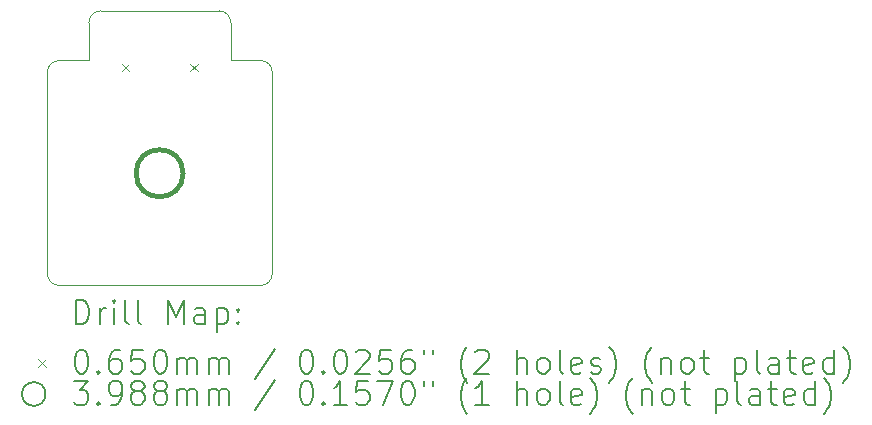
<source format=gbr>
%FSLAX45Y45*%
G04 Gerber Fmt 4.5, Leading zero omitted, Abs format (unit mm)*
G04 Created by KiCad (PCBNEW (5.99.0-12118-g897269f33f)) date 2021-09-15 19:12:55*
%MOMM*%
%LPD*%
G01*
G04 APERTURE LIST*
%TA.AperFunction,Profile*%
%ADD10C,0.100000*%
%TD*%
%ADD11C,0.200000*%
%ADD12C,0.065000*%
%ADD13C,0.398780*%
G04 APERTURE END LIST*
D10*
X15100000Y-11905000D02*
G75*
G02*
X15000000Y-11805000I0J100000D01*
G01*
X16905000Y-11805000D02*
G75*
G02*
X16805000Y-11905000I-100000J0D01*
G01*
X16805000Y-10000000D02*
G75*
G02*
X16905000Y-10100000I0J-100000D01*
G01*
X15000000Y-10100000D02*
G75*
G02*
X15100000Y-10000000I100000J0D01*
G01*
X16905000Y-10100000D02*
X16905000Y-11805000D01*
X15000000Y-10100000D02*
X15000000Y-11805000D01*
X15100000Y-11905000D02*
X16805000Y-11905000D01*
X16552500Y-10000000D02*
X16805000Y-10000000D01*
X15100000Y-10000000D02*
X15352500Y-10000000D01*
X16452500Y-9579000D02*
G75*
G02*
X16552500Y-9679000I0J-100000D01*
G01*
X15352500Y-9679000D02*
G75*
G02*
X15452500Y-9579000I100000J0D01*
G01*
X15452500Y-9579000D02*
X16452500Y-9579000D01*
X16552500Y-9679000D02*
X16552500Y-10000000D01*
X15352500Y-9679000D02*
X15352500Y-10000000D01*
D11*
D12*
X15628500Y-10027500D02*
X15693500Y-10092500D01*
X15693500Y-10027500D02*
X15628500Y-10092500D01*
X16206500Y-10027500D02*
X16271500Y-10092500D01*
X16271500Y-10027500D02*
X16206500Y-10092500D01*
D13*
X16149390Y-10955000D02*
G75*
G03*
X16149390Y-10955000I-199390J0D01*
G01*
D11*
X15242619Y-12230476D02*
X15242619Y-12030476D01*
X15290238Y-12030476D01*
X15318809Y-12040000D01*
X15337857Y-12059048D01*
X15347381Y-12078095D01*
X15356905Y-12116190D01*
X15356905Y-12144762D01*
X15347381Y-12182857D01*
X15337857Y-12201905D01*
X15318809Y-12220952D01*
X15290238Y-12230476D01*
X15242619Y-12230476D01*
X15442619Y-12230476D02*
X15442619Y-12097143D01*
X15442619Y-12135238D02*
X15452143Y-12116190D01*
X15461667Y-12106667D01*
X15480714Y-12097143D01*
X15499762Y-12097143D01*
X15566428Y-12230476D02*
X15566428Y-12097143D01*
X15566428Y-12030476D02*
X15556905Y-12040000D01*
X15566428Y-12049524D01*
X15575952Y-12040000D01*
X15566428Y-12030476D01*
X15566428Y-12049524D01*
X15690238Y-12230476D02*
X15671190Y-12220952D01*
X15661667Y-12201905D01*
X15661667Y-12030476D01*
X15795000Y-12230476D02*
X15775952Y-12220952D01*
X15766428Y-12201905D01*
X15766428Y-12030476D01*
X16023571Y-12230476D02*
X16023571Y-12030476D01*
X16090238Y-12173333D01*
X16156905Y-12030476D01*
X16156905Y-12230476D01*
X16337857Y-12230476D02*
X16337857Y-12125714D01*
X16328333Y-12106667D01*
X16309286Y-12097143D01*
X16271190Y-12097143D01*
X16252143Y-12106667D01*
X16337857Y-12220952D02*
X16318809Y-12230476D01*
X16271190Y-12230476D01*
X16252143Y-12220952D01*
X16242619Y-12201905D01*
X16242619Y-12182857D01*
X16252143Y-12163809D01*
X16271190Y-12154286D01*
X16318809Y-12154286D01*
X16337857Y-12144762D01*
X16433095Y-12097143D02*
X16433095Y-12297143D01*
X16433095Y-12106667D02*
X16452143Y-12097143D01*
X16490238Y-12097143D01*
X16509286Y-12106667D01*
X16518809Y-12116190D01*
X16528333Y-12135238D01*
X16528333Y-12192381D01*
X16518809Y-12211428D01*
X16509286Y-12220952D01*
X16490238Y-12230476D01*
X16452143Y-12230476D01*
X16433095Y-12220952D01*
X16614048Y-12211428D02*
X16623571Y-12220952D01*
X16614048Y-12230476D01*
X16604524Y-12220952D01*
X16614048Y-12211428D01*
X16614048Y-12230476D01*
X16614048Y-12106667D02*
X16623571Y-12116190D01*
X16614048Y-12125714D01*
X16604524Y-12116190D01*
X16614048Y-12106667D01*
X16614048Y-12125714D01*
D12*
X14920000Y-12527500D02*
X14985000Y-12592500D01*
X14985000Y-12527500D02*
X14920000Y-12592500D01*
D11*
X15280714Y-12450476D02*
X15299762Y-12450476D01*
X15318809Y-12460000D01*
X15328333Y-12469524D01*
X15337857Y-12488571D01*
X15347381Y-12526667D01*
X15347381Y-12574286D01*
X15337857Y-12612381D01*
X15328333Y-12631428D01*
X15318809Y-12640952D01*
X15299762Y-12650476D01*
X15280714Y-12650476D01*
X15261667Y-12640952D01*
X15252143Y-12631428D01*
X15242619Y-12612381D01*
X15233095Y-12574286D01*
X15233095Y-12526667D01*
X15242619Y-12488571D01*
X15252143Y-12469524D01*
X15261667Y-12460000D01*
X15280714Y-12450476D01*
X15433095Y-12631428D02*
X15442619Y-12640952D01*
X15433095Y-12650476D01*
X15423571Y-12640952D01*
X15433095Y-12631428D01*
X15433095Y-12650476D01*
X15614048Y-12450476D02*
X15575952Y-12450476D01*
X15556905Y-12460000D01*
X15547381Y-12469524D01*
X15528333Y-12498095D01*
X15518809Y-12536190D01*
X15518809Y-12612381D01*
X15528333Y-12631428D01*
X15537857Y-12640952D01*
X15556905Y-12650476D01*
X15595000Y-12650476D01*
X15614048Y-12640952D01*
X15623571Y-12631428D01*
X15633095Y-12612381D01*
X15633095Y-12564762D01*
X15623571Y-12545714D01*
X15614048Y-12536190D01*
X15595000Y-12526667D01*
X15556905Y-12526667D01*
X15537857Y-12536190D01*
X15528333Y-12545714D01*
X15518809Y-12564762D01*
X15814048Y-12450476D02*
X15718809Y-12450476D01*
X15709286Y-12545714D01*
X15718809Y-12536190D01*
X15737857Y-12526667D01*
X15785476Y-12526667D01*
X15804524Y-12536190D01*
X15814048Y-12545714D01*
X15823571Y-12564762D01*
X15823571Y-12612381D01*
X15814048Y-12631428D01*
X15804524Y-12640952D01*
X15785476Y-12650476D01*
X15737857Y-12650476D01*
X15718809Y-12640952D01*
X15709286Y-12631428D01*
X15947381Y-12450476D02*
X15966428Y-12450476D01*
X15985476Y-12460000D01*
X15995000Y-12469524D01*
X16004524Y-12488571D01*
X16014048Y-12526667D01*
X16014048Y-12574286D01*
X16004524Y-12612381D01*
X15995000Y-12631428D01*
X15985476Y-12640952D01*
X15966428Y-12650476D01*
X15947381Y-12650476D01*
X15928333Y-12640952D01*
X15918809Y-12631428D01*
X15909286Y-12612381D01*
X15899762Y-12574286D01*
X15899762Y-12526667D01*
X15909286Y-12488571D01*
X15918809Y-12469524D01*
X15928333Y-12460000D01*
X15947381Y-12450476D01*
X16099762Y-12650476D02*
X16099762Y-12517143D01*
X16099762Y-12536190D02*
X16109286Y-12526667D01*
X16128333Y-12517143D01*
X16156905Y-12517143D01*
X16175952Y-12526667D01*
X16185476Y-12545714D01*
X16185476Y-12650476D01*
X16185476Y-12545714D02*
X16195000Y-12526667D01*
X16214048Y-12517143D01*
X16242619Y-12517143D01*
X16261667Y-12526667D01*
X16271190Y-12545714D01*
X16271190Y-12650476D01*
X16366428Y-12650476D02*
X16366428Y-12517143D01*
X16366428Y-12536190D02*
X16375952Y-12526667D01*
X16395000Y-12517143D01*
X16423571Y-12517143D01*
X16442619Y-12526667D01*
X16452143Y-12545714D01*
X16452143Y-12650476D01*
X16452143Y-12545714D02*
X16461667Y-12526667D01*
X16480714Y-12517143D01*
X16509286Y-12517143D01*
X16528333Y-12526667D01*
X16537857Y-12545714D01*
X16537857Y-12650476D01*
X16928333Y-12440952D02*
X16756905Y-12698095D01*
X17185476Y-12450476D02*
X17204524Y-12450476D01*
X17223571Y-12460000D01*
X17233095Y-12469524D01*
X17242619Y-12488571D01*
X17252143Y-12526667D01*
X17252143Y-12574286D01*
X17242619Y-12612381D01*
X17233095Y-12631428D01*
X17223571Y-12640952D01*
X17204524Y-12650476D01*
X17185476Y-12650476D01*
X17166429Y-12640952D01*
X17156905Y-12631428D01*
X17147381Y-12612381D01*
X17137857Y-12574286D01*
X17137857Y-12526667D01*
X17147381Y-12488571D01*
X17156905Y-12469524D01*
X17166429Y-12460000D01*
X17185476Y-12450476D01*
X17337857Y-12631428D02*
X17347381Y-12640952D01*
X17337857Y-12650476D01*
X17328333Y-12640952D01*
X17337857Y-12631428D01*
X17337857Y-12650476D01*
X17471190Y-12450476D02*
X17490238Y-12450476D01*
X17509286Y-12460000D01*
X17518810Y-12469524D01*
X17528333Y-12488571D01*
X17537857Y-12526667D01*
X17537857Y-12574286D01*
X17528333Y-12612381D01*
X17518810Y-12631428D01*
X17509286Y-12640952D01*
X17490238Y-12650476D01*
X17471190Y-12650476D01*
X17452143Y-12640952D01*
X17442619Y-12631428D01*
X17433095Y-12612381D01*
X17423571Y-12574286D01*
X17423571Y-12526667D01*
X17433095Y-12488571D01*
X17442619Y-12469524D01*
X17452143Y-12460000D01*
X17471190Y-12450476D01*
X17614048Y-12469524D02*
X17623571Y-12460000D01*
X17642619Y-12450476D01*
X17690238Y-12450476D01*
X17709286Y-12460000D01*
X17718810Y-12469524D01*
X17728333Y-12488571D01*
X17728333Y-12507619D01*
X17718810Y-12536190D01*
X17604524Y-12650476D01*
X17728333Y-12650476D01*
X17909286Y-12450476D02*
X17814048Y-12450476D01*
X17804524Y-12545714D01*
X17814048Y-12536190D01*
X17833095Y-12526667D01*
X17880714Y-12526667D01*
X17899762Y-12536190D01*
X17909286Y-12545714D01*
X17918810Y-12564762D01*
X17918810Y-12612381D01*
X17909286Y-12631428D01*
X17899762Y-12640952D01*
X17880714Y-12650476D01*
X17833095Y-12650476D01*
X17814048Y-12640952D01*
X17804524Y-12631428D01*
X18090238Y-12450476D02*
X18052143Y-12450476D01*
X18033095Y-12460000D01*
X18023571Y-12469524D01*
X18004524Y-12498095D01*
X17995000Y-12536190D01*
X17995000Y-12612381D01*
X18004524Y-12631428D01*
X18014048Y-12640952D01*
X18033095Y-12650476D01*
X18071190Y-12650476D01*
X18090238Y-12640952D01*
X18099762Y-12631428D01*
X18109286Y-12612381D01*
X18109286Y-12564762D01*
X18099762Y-12545714D01*
X18090238Y-12536190D01*
X18071190Y-12526667D01*
X18033095Y-12526667D01*
X18014048Y-12536190D01*
X18004524Y-12545714D01*
X17995000Y-12564762D01*
X18185476Y-12450476D02*
X18185476Y-12488571D01*
X18261667Y-12450476D02*
X18261667Y-12488571D01*
X18556905Y-12726667D02*
X18547381Y-12717143D01*
X18528333Y-12688571D01*
X18518810Y-12669524D01*
X18509286Y-12640952D01*
X18499762Y-12593333D01*
X18499762Y-12555238D01*
X18509286Y-12507619D01*
X18518810Y-12479048D01*
X18528333Y-12460000D01*
X18547381Y-12431428D01*
X18556905Y-12421905D01*
X18623571Y-12469524D02*
X18633095Y-12460000D01*
X18652143Y-12450476D01*
X18699762Y-12450476D01*
X18718810Y-12460000D01*
X18728333Y-12469524D01*
X18737857Y-12488571D01*
X18737857Y-12507619D01*
X18728333Y-12536190D01*
X18614048Y-12650476D01*
X18737857Y-12650476D01*
X18975952Y-12650476D02*
X18975952Y-12450476D01*
X19061667Y-12650476D02*
X19061667Y-12545714D01*
X19052143Y-12526667D01*
X19033095Y-12517143D01*
X19004524Y-12517143D01*
X18985476Y-12526667D01*
X18975952Y-12536190D01*
X19185476Y-12650476D02*
X19166429Y-12640952D01*
X19156905Y-12631428D01*
X19147381Y-12612381D01*
X19147381Y-12555238D01*
X19156905Y-12536190D01*
X19166429Y-12526667D01*
X19185476Y-12517143D01*
X19214048Y-12517143D01*
X19233095Y-12526667D01*
X19242619Y-12536190D01*
X19252143Y-12555238D01*
X19252143Y-12612381D01*
X19242619Y-12631428D01*
X19233095Y-12640952D01*
X19214048Y-12650476D01*
X19185476Y-12650476D01*
X19366429Y-12650476D02*
X19347381Y-12640952D01*
X19337857Y-12621905D01*
X19337857Y-12450476D01*
X19518810Y-12640952D02*
X19499762Y-12650476D01*
X19461667Y-12650476D01*
X19442619Y-12640952D01*
X19433095Y-12621905D01*
X19433095Y-12545714D01*
X19442619Y-12526667D01*
X19461667Y-12517143D01*
X19499762Y-12517143D01*
X19518810Y-12526667D01*
X19528333Y-12545714D01*
X19528333Y-12564762D01*
X19433095Y-12583809D01*
X19604524Y-12640952D02*
X19623571Y-12650476D01*
X19661667Y-12650476D01*
X19680714Y-12640952D01*
X19690238Y-12621905D01*
X19690238Y-12612381D01*
X19680714Y-12593333D01*
X19661667Y-12583809D01*
X19633095Y-12583809D01*
X19614048Y-12574286D01*
X19604524Y-12555238D01*
X19604524Y-12545714D01*
X19614048Y-12526667D01*
X19633095Y-12517143D01*
X19661667Y-12517143D01*
X19680714Y-12526667D01*
X19756905Y-12726667D02*
X19766429Y-12717143D01*
X19785476Y-12688571D01*
X19795000Y-12669524D01*
X19804524Y-12640952D01*
X19814048Y-12593333D01*
X19814048Y-12555238D01*
X19804524Y-12507619D01*
X19795000Y-12479048D01*
X19785476Y-12460000D01*
X19766429Y-12431428D01*
X19756905Y-12421905D01*
X20118810Y-12726667D02*
X20109286Y-12717143D01*
X20090238Y-12688571D01*
X20080714Y-12669524D01*
X20071190Y-12640952D01*
X20061667Y-12593333D01*
X20061667Y-12555238D01*
X20071190Y-12507619D01*
X20080714Y-12479048D01*
X20090238Y-12460000D01*
X20109286Y-12431428D01*
X20118810Y-12421905D01*
X20195000Y-12517143D02*
X20195000Y-12650476D01*
X20195000Y-12536190D02*
X20204524Y-12526667D01*
X20223571Y-12517143D01*
X20252143Y-12517143D01*
X20271190Y-12526667D01*
X20280714Y-12545714D01*
X20280714Y-12650476D01*
X20404524Y-12650476D02*
X20385476Y-12640952D01*
X20375952Y-12631428D01*
X20366429Y-12612381D01*
X20366429Y-12555238D01*
X20375952Y-12536190D01*
X20385476Y-12526667D01*
X20404524Y-12517143D01*
X20433095Y-12517143D01*
X20452143Y-12526667D01*
X20461667Y-12536190D01*
X20471190Y-12555238D01*
X20471190Y-12612381D01*
X20461667Y-12631428D01*
X20452143Y-12640952D01*
X20433095Y-12650476D01*
X20404524Y-12650476D01*
X20528333Y-12517143D02*
X20604524Y-12517143D01*
X20556905Y-12450476D02*
X20556905Y-12621905D01*
X20566429Y-12640952D01*
X20585476Y-12650476D01*
X20604524Y-12650476D01*
X20823571Y-12517143D02*
X20823571Y-12717143D01*
X20823571Y-12526667D02*
X20842619Y-12517143D01*
X20880714Y-12517143D01*
X20899762Y-12526667D01*
X20909286Y-12536190D01*
X20918810Y-12555238D01*
X20918810Y-12612381D01*
X20909286Y-12631428D01*
X20899762Y-12640952D01*
X20880714Y-12650476D01*
X20842619Y-12650476D01*
X20823571Y-12640952D01*
X21033095Y-12650476D02*
X21014048Y-12640952D01*
X21004524Y-12621905D01*
X21004524Y-12450476D01*
X21195000Y-12650476D02*
X21195000Y-12545714D01*
X21185476Y-12526667D01*
X21166429Y-12517143D01*
X21128333Y-12517143D01*
X21109286Y-12526667D01*
X21195000Y-12640952D02*
X21175952Y-12650476D01*
X21128333Y-12650476D01*
X21109286Y-12640952D01*
X21099762Y-12621905D01*
X21099762Y-12602857D01*
X21109286Y-12583809D01*
X21128333Y-12574286D01*
X21175952Y-12574286D01*
X21195000Y-12564762D01*
X21261667Y-12517143D02*
X21337857Y-12517143D01*
X21290238Y-12450476D02*
X21290238Y-12621905D01*
X21299762Y-12640952D01*
X21318810Y-12650476D01*
X21337857Y-12650476D01*
X21480714Y-12640952D02*
X21461667Y-12650476D01*
X21423571Y-12650476D01*
X21404524Y-12640952D01*
X21395000Y-12621905D01*
X21395000Y-12545714D01*
X21404524Y-12526667D01*
X21423571Y-12517143D01*
X21461667Y-12517143D01*
X21480714Y-12526667D01*
X21490238Y-12545714D01*
X21490238Y-12564762D01*
X21395000Y-12583809D01*
X21661667Y-12650476D02*
X21661667Y-12450476D01*
X21661667Y-12640952D02*
X21642619Y-12650476D01*
X21604524Y-12650476D01*
X21585476Y-12640952D01*
X21575952Y-12631428D01*
X21566429Y-12612381D01*
X21566429Y-12555238D01*
X21575952Y-12536190D01*
X21585476Y-12526667D01*
X21604524Y-12517143D01*
X21642619Y-12517143D01*
X21661667Y-12526667D01*
X21737857Y-12726667D02*
X21747381Y-12717143D01*
X21766429Y-12688571D01*
X21775952Y-12669524D01*
X21785476Y-12640952D01*
X21795000Y-12593333D01*
X21795000Y-12555238D01*
X21785476Y-12507619D01*
X21775952Y-12479048D01*
X21766429Y-12460000D01*
X21747381Y-12431428D01*
X21737857Y-12421905D01*
X14985000Y-12824000D02*
G75*
G03*
X14985000Y-12824000I-100000J0D01*
G01*
X15223571Y-12714476D02*
X15347381Y-12714476D01*
X15280714Y-12790667D01*
X15309286Y-12790667D01*
X15328333Y-12800190D01*
X15337857Y-12809714D01*
X15347381Y-12828762D01*
X15347381Y-12876381D01*
X15337857Y-12895428D01*
X15328333Y-12904952D01*
X15309286Y-12914476D01*
X15252143Y-12914476D01*
X15233095Y-12904952D01*
X15223571Y-12895428D01*
X15433095Y-12895428D02*
X15442619Y-12904952D01*
X15433095Y-12914476D01*
X15423571Y-12904952D01*
X15433095Y-12895428D01*
X15433095Y-12914476D01*
X15537857Y-12914476D02*
X15575952Y-12914476D01*
X15595000Y-12904952D01*
X15604524Y-12895428D01*
X15623571Y-12866857D01*
X15633095Y-12828762D01*
X15633095Y-12752571D01*
X15623571Y-12733524D01*
X15614048Y-12724000D01*
X15595000Y-12714476D01*
X15556905Y-12714476D01*
X15537857Y-12724000D01*
X15528333Y-12733524D01*
X15518809Y-12752571D01*
X15518809Y-12800190D01*
X15528333Y-12819238D01*
X15537857Y-12828762D01*
X15556905Y-12838286D01*
X15595000Y-12838286D01*
X15614048Y-12828762D01*
X15623571Y-12819238D01*
X15633095Y-12800190D01*
X15747381Y-12800190D02*
X15728333Y-12790667D01*
X15718809Y-12781143D01*
X15709286Y-12762095D01*
X15709286Y-12752571D01*
X15718809Y-12733524D01*
X15728333Y-12724000D01*
X15747381Y-12714476D01*
X15785476Y-12714476D01*
X15804524Y-12724000D01*
X15814048Y-12733524D01*
X15823571Y-12752571D01*
X15823571Y-12762095D01*
X15814048Y-12781143D01*
X15804524Y-12790667D01*
X15785476Y-12800190D01*
X15747381Y-12800190D01*
X15728333Y-12809714D01*
X15718809Y-12819238D01*
X15709286Y-12838286D01*
X15709286Y-12876381D01*
X15718809Y-12895428D01*
X15728333Y-12904952D01*
X15747381Y-12914476D01*
X15785476Y-12914476D01*
X15804524Y-12904952D01*
X15814048Y-12895428D01*
X15823571Y-12876381D01*
X15823571Y-12838286D01*
X15814048Y-12819238D01*
X15804524Y-12809714D01*
X15785476Y-12800190D01*
X15937857Y-12800190D02*
X15918809Y-12790667D01*
X15909286Y-12781143D01*
X15899762Y-12762095D01*
X15899762Y-12752571D01*
X15909286Y-12733524D01*
X15918809Y-12724000D01*
X15937857Y-12714476D01*
X15975952Y-12714476D01*
X15995000Y-12724000D01*
X16004524Y-12733524D01*
X16014048Y-12752571D01*
X16014048Y-12762095D01*
X16004524Y-12781143D01*
X15995000Y-12790667D01*
X15975952Y-12800190D01*
X15937857Y-12800190D01*
X15918809Y-12809714D01*
X15909286Y-12819238D01*
X15899762Y-12838286D01*
X15899762Y-12876381D01*
X15909286Y-12895428D01*
X15918809Y-12904952D01*
X15937857Y-12914476D01*
X15975952Y-12914476D01*
X15995000Y-12904952D01*
X16004524Y-12895428D01*
X16014048Y-12876381D01*
X16014048Y-12838286D01*
X16004524Y-12819238D01*
X15995000Y-12809714D01*
X15975952Y-12800190D01*
X16099762Y-12914476D02*
X16099762Y-12781143D01*
X16099762Y-12800190D02*
X16109286Y-12790667D01*
X16128333Y-12781143D01*
X16156905Y-12781143D01*
X16175952Y-12790667D01*
X16185476Y-12809714D01*
X16185476Y-12914476D01*
X16185476Y-12809714D02*
X16195000Y-12790667D01*
X16214048Y-12781143D01*
X16242619Y-12781143D01*
X16261667Y-12790667D01*
X16271190Y-12809714D01*
X16271190Y-12914476D01*
X16366428Y-12914476D02*
X16366428Y-12781143D01*
X16366428Y-12800190D02*
X16375952Y-12790667D01*
X16395000Y-12781143D01*
X16423571Y-12781143D01*
X16442619Y-12790667D01*
X16452143Y-12809714D01*
X16452143Y-12914476D01*
X16452143Y-12809714D02*
X16461667Y-12790667D01*
X16480714Y-12781143D01*
X16509286Y-12781143D01*
X16528333Y-12790667D01*
X16537857Y-12809714D01*
X16537857Y-12914476D01*
X16928333Y-12704952D02*
X16756905Y-12962095D01*
X17185476Y-12714476D02*
X17204524Y-12714476D01*
X17223571Y-12724000D01*
X17233095Y-12733524D01*
X17242619Y-12752571D01*
X17252143Y-12790667D01*
X17252143Y-12838286D01*
X17242619Y-12876381D01*
X17233095Y-12895428D01*
X17223571Y-12904952D01*
X17204524Y-12914476D01*
X17185476Y-12914476D01*
X17166429Y-12904952D01*
X17156905Y-12895428D01*
X17147381Y-12876381D01*
X17137857Y-12838286D01*
X17137857Y-12790667D01*
X17147381Y-12752571D01*
X17156905Y-12733524D01*
X17166429Y-12724000D01*
X17185476Y-12714476D01*
X17337857Y-12895428D02*
X17347381Y-12904952D01*
X17337857Y-12914476D01*
X17328333Y-12904952D01*
X17337857Y-12895428D01*
X17337857Y-12914476D01*
X17537857Y-12914476D02*
X17423571Y-12914476D01*
X17480714Y-12914476D02*
X17480714Y-12714476D01*
X17461667Y-12743048D01*
X17442619Y-12762095D01*
X17423571Y-12771619D01*
X17718810Y-12714476D02*
X17623571Y-12714476D01*
X17614048Y-12809714D01*
X17623571Y-12800190D01*
X17642619Y-12790667D01*
X17690238Y-12790667D01*
X17709286Y-12800190D01*
X17718810Y-12809714D01*
X17728333Y-12828762D01*
X17728333Y-12876381D01*
X17718810Y-12895428D01*
X17709286Y-12904952D01*
X17690238Y-12914476D01*
X17642619Y-12914476D01*
X17623571Y-12904952D01*
X17614048Y-12895428D01*
X17795000Y-12714476D02*
X17928333Y-12714476D01*
X17842619Y-12914476D01*
X18042619Y-12714476D02*
X18061667Y-12714476D01*
X18080714Y-12724000D01*
X18090238Y-12733524D01*
X18099762Y-12752571D01*
X18109286Y-12790667D01*
X18109286Y-12838286D01*
X18099762Y-12876381D01*
X18090238Y-12895428D01*
X18080714Y-12904952D01*
X18061667Y-12914476D01*
X18042619Y-12914476D01*
X18023571Y-12904952D01*
X18014048Y-12895428D01*
X18004524Y-12876381D01*
X17995000Y-12838286D01*
X17995000Y-12790667D01*
X18004524Y-12752571D01*
X18014048Y-12733524D01*
X18023571Y-12724000D01*
X18042619Y-12714476D01*
X18185476Y-12714476D02*
X18185476Y-12752571D01*
X18261667Y-12714476D02*
X18261667Y-12752571D01*
X18556905Y-12990667D02*
X18547381Y-12981143D01*
X18528333Y-12952571D01*
X18518810Y-12933524D01*
X18509286Y-12904952D01*
X18499762Y-12857333D01*
X18499762Y-12819238D01*
X18509286Y-12771619D01*
X18518810Y-12743048D01*
X18528333Y-12724000D01*
X18547381Y-12695428D01*
X18556905Y-12685905D01*
X18737857Y-12914476D02*
X18623571Y-12914476D01*
X18680714Y-12914476D02*
X18680714Y-12714476D01*
X18661667Y-12743048D01*
X18642619Y-12762095D01*
X18623571Y-12771619D01*
X18975952Y-12914476D02*
X18975952Y-12714476D01*
X19061667Y-12914476D02*
X19061667Y-12809714D01*
X19052143Y-12790667D01*
X19033095Y-12781143D01*
X19004524Y-12781143D01*
X18985476Y-12790667D01*
X18975952Y-12800190D01*
X19185476Y-12914476D02*
X19166429Y-12904952D01*
X19156905Y-12895428D01*
X19147381Y-12876381D01*
X19147381Y-12819238D01*
X19156905Y-12800190D01*
X19166429Y-12790667D01*
X19185476Y-12781143D01*
X19214048Y-12781143D01*
X19233095Y-12790667D01*
X19242619Y-12800190D01*
X19252143Y-12819238D01*
X19252143Y-12876381D01*
X19242619Y-12895428D01*
X19233095Y-12904952D01*
X19214048Y-12914476D01*
X19185476Y-12914476D01*
X19366429Y-12914476D02*
X19347381Y-12904952D01*
X19337857Y-12885905D01*
X19337857Y-12714476D01*
X19518810Y-12904952D02*
X19499762Y-12914476D01*
X19461667Y-12914476D01*
X19442619Y-12904952D01*
X19433095Y-12885905D01*
X19433095Y-12809714D01*
X19442619Y-12790667D01*
X19461667Y-12781143D01*
X19499762Y-12781143D01*
X19518810Y-12790667D01*
X19528333Y-12809714D01*
X19528333Y-12828762D01*
X19433095Y-12847809D01*
X19595000Y-12990667D02*
X19604524Y-12981143D01*
X19623571Y-12952571D01*
X19633095Y-12933524D01*
X19642619Y-12904952D01*
X19652143Y-12857333D01*
X19652143Y-12819238D01*
X19642619Y-12771619D01*
X19633095Y-12743048D01*
X19623571Y-12724000D01*
X19604524Y-12695428D01*
X19595000Y-12685905D01*
X19956905Y-12990667D02*
X19947381Y-12981143D01*
X19928333Y-12952571D01*
X19918810Y-12933524D01*
X19909286Y-12904952D01*
X19899762Y-12857333D01*
X19899762Y-12819238D01*
X19909286Y-12771619D01*
X19918810Y-12743048D01*
X19928333Y-12724000D01*
X19947381Y-12695428D01*
X19956905Y-12685905D01*
X20033095Y-12781143D02*
X20033095Y-12914476D01*
X20033095Y-12800190D02*
X20042619Y-12790667D01*
X20061667Y-12781143D01*
X20090238Y-12781143D01*
X20109286Y-12790667D01*
X20118810Y-12809714D01*
X20118810Y-12914476D01*
X20242619Y-12914476D02*
X20223571Y-12904952D01*
X20214048Y-12895428D01*
X20204524Y-12876381D01*
X20204524Y-12819238D01*
X20214048Y-12800190D01*
X20223571Y-12790667D01*
X20242619Y-12781143D01*
X20271190Y-12781143D01*
X20290238Y-12790667D01*
X20299762Y-12800190D01*
X20309286Y-12819238D01*
X20309286Y-12876381D01*
X20299762Y-12895428D01*
X20290238Y-12904952D01*
X20271190Y-12914476D01*
X20242619Y-12914476D01*
X20366429Y-12781143D02*
X20442619Y-12781143D01*
X20395000Y-12714476D02*
X20395000Y-12885905D01*
X20404524Y-12904952D01*
X20423571Y-12914476D01*
X20442619Y-12914476D01*
X20661667Y-12781143D02*
X20661667Y-12981143D01*
X20661667Y-12790667D02*
X20680714Y-12781143D01*
X20718810Y-12781143D01*
X20737857Y-12790667D01*
X20747381Y-12800190D01*
X20756905Y-12819238D01*
X20756905Y-12876381D01*
X20747381Y-12895428D01*
X20737857Y-12904952D01*
X20718810Y-12914476D01*
X20680714Y-12914476D01*
X20661667Y-12904952D01*
X20871190Y-12914476D02*
X20852143Y-12904952D01*
X20842619Y-12885905D01*
X20842619Y-12714476D01*
X21033095Y-12914476D02*
X21033095Y-12809714D01*
X21023571Y-12790667D01*
X21004524Y-12781143D01*
X20966429Y-12781143D01*
X20947381Y-12790667D01*
X21033095Y-12904952D02*
X21014048Y-12914476D01*
X20966429Y-12914476D01*
X20947381Y-12904952D01*
X20937857Y-12885905D01*
X20937857Y-12866857D01*
X20947381Y-12847809D01*
X20966429Y-12838286D01*
X21014048Y-12838286D01*
X21033095Y-12828762D01*
X21099762Y-12781143D02*
X21175952Y-12781143D01*
X21128333Y-12714476D02*
X21128333Y-12885905D01*
X21137857Y-12904952D01*
X21156905Y-12914476D01*
X21175952Y-12914476D01*
X21318810Y-12904952D02*
X21299762Y-12914476D01*
X21261667Y-12914476D01*
X21242619Y-12904952D01*
X21233095Y-12885905D01*
X21233095Y-12809714D01*
X21242619Y-12790667D01*
X21261667Y-12781143D01*
X21299762Y-12781143D01*
X21318810Y-12790667D01*
X21328333Y-12809714D01*
X21328333Y-12828762D01*
X21233095Y-12847809D01*
X21499762Y-12914476D02*
X21499762Y-12714476D01*
X21499762Y-12904952D02*
X21480714Y-12914476D01*
X21442619Y-12914476D01*
X21423571Y-12904952D01*
X21414048Y-12895428D01*
X21404524Y-12876381D01*
X21404524Y-12819238D01*
X21414048Y-12800190D01*
X21423571Y-12790667D01*
X21442619Y-12781143D01*
X21480714Y-12781143D01*
X21499762Y-12790667D01*
X21575952Y-12990667D02*
X21585476Y-12981143D01*
X21604524Y-12952571D01*
X21614048Y-12933524D01*
X21623571Y-12904952D01*
X21633095Y-12857333D01*
X21633095Y-12819238D01*
X21623571Y-12771619D01*
X21614048Y-12743048D01*
X21604524Y-12724000D01*
X21585476Y-12695428D01*
X21575952Y-12685905D01*
M02*

</source>
